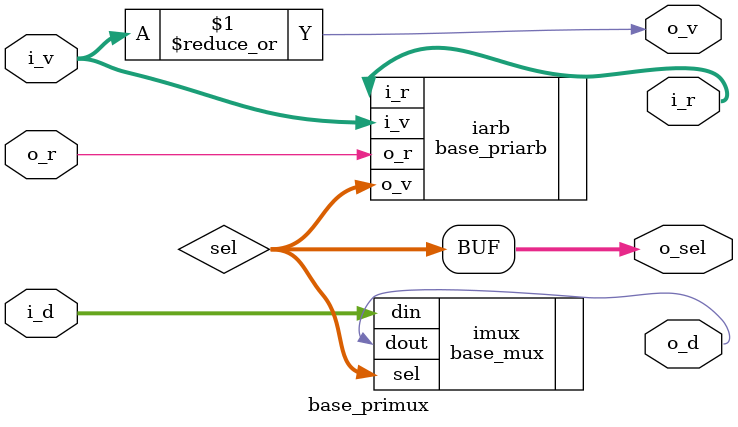
<source format=v>
module base_primux#
  (   
      parameter ways = 2,
      parameter width = 1
      )
   (
    input [0:ways-1] 	     i_v,
    input [0:(ways*width)-1] i_d,
    output [0:ways-1] 	     i_r,
    output 		     o_v,
    output [0:width-1] 	     o_d, 
    input 		     o_r,
    output [0:ways-1] 	     o_sel
   );

   wire [0:ways-1]   sel;
   base_priarb#(.ways(ways)) iarb
     (.i_v(i_v), .i_r(i_r),
      .o_v(sel), .o_r(o_r)
      );
   base_mux#(.ways(ways),.width(width)) imux
     (.din(i_d), .sel(sel), .dout(o_d));
   assign o_v = | i_v;
   assign o_sel = sel;
   
endmodule // base_pri_arb

		     

</source>
